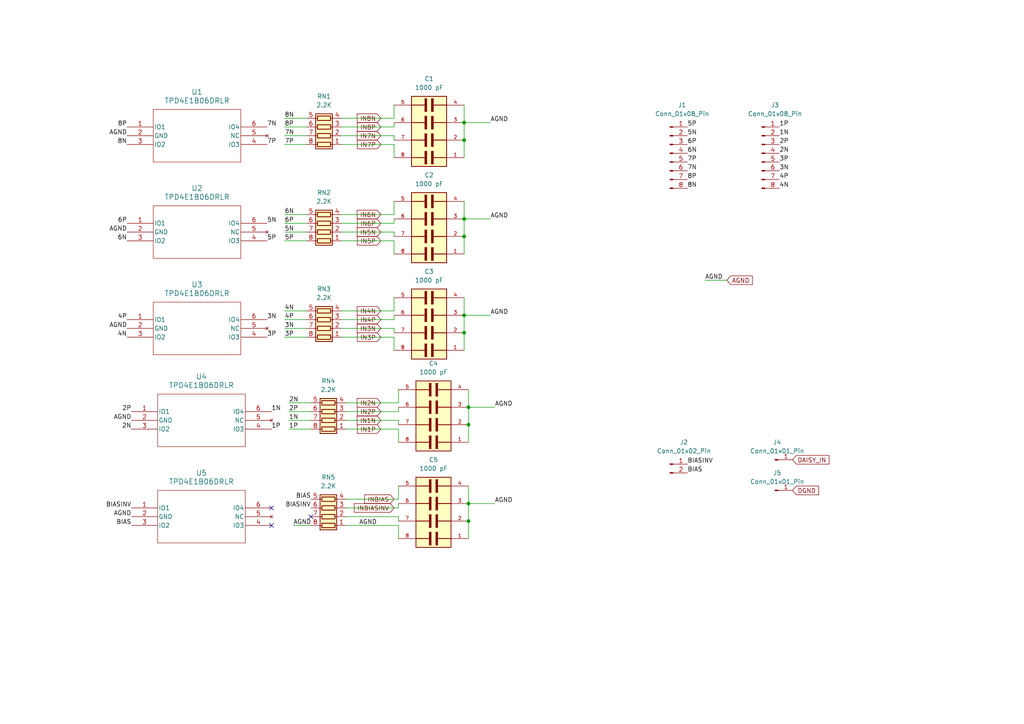
<source format=kicad_sch>
(kicad_sch (version 20231120) (generator "eeschema") (generator_version "8.0")
  (paper "A4")
  (lib_symbols
    (symbol "Connector:Conn_01x01_Pin" (pin_names (offset 1.016) hide)
      (property "Reference" "J" (at 0 2.54 0))
      (property "Value" "Conn_01x01_Pin" (at 0 -2.54 0))
      (symbol "Conn_01x01_Pin_1_1"
        (polyline (pts (xy 1.27 0) (xy 0.8636 0)) (stroke (width 0.1524)))
        (rectangle (start 0.8636 0.127) (end 0 -0.127) (stroke (width 0.1524)) (fill (type outline)))
        (pin passive line (at 5.08 0 180) (length 3.81) (name "Pin_1") (number "1"))
      )
    )
    (symbol "Connector:Conn_01x02_Pin" (pin_names (offset 1.016) hide)
      (property "Reference" "J" (at 0 2.54 0))
      (property "Value" "Conn_01x02_Pin" (at 0 -5.08 0))
      (symbol "Conn_01x02_Pin_1_1"
        (polyline (pts (xy 1.27 -2.54) (xy 0.8636 -2.54)) (stroke (width 0.1524)))
        (polyline (pts (xy 1.27 0) (xy 0.8636 0)) (stroke (width 0.1524)))
        (rectangle (start 0.8636 -2.413) (end 0 -2.667) (stroke (width 0.1524)) (fill (type outline)))
        (rectangle (start 0.8636 0.127) (end 0 -0.127) (stroke (width 0.1524)) (fill (type outline)))
        (pin passive line (at 5.08 0 180) (length 3.81) (name "Pin_1") (number "1"))
        (pin passive line (at 5.08 -2.54 180) (length 3.81) (name "Pin_2") (number "2"))
      )
    )
    (symbol "Connector:Conn_01x08_Pin" (pin_names (offset 1.016) hide)
      (property "Reference" "J" (at 0 10.16 0))
      (property "Value" "Conn_01x08_Pin" (at 0 -12.7 0))
      (symbol "Conn_01x08_Pin_1_1"
        (polyline (pts (xy 1.27 -10.16) (xy 0.8636 -10.16)) (stroke (width 0.1524)))
        (polyline (pts (xy 1.27 -7.62) (xy 0.8636 -7.62)) (stroke (width 0.1524)))
        (polyline (pts (xy 1.27 -5.08) (xy 0.8636 -5.08)) (stroke (width 0.1524)))
        (polyline (pts (xy 1.27 -2.54) (xy 0.8636 -2.54)) (stroke (width 0.1524)))
        (polyline (pts (xy 1.27 0) (xy 0.8636 0)) (stroke (width 0.1524)))
        (polyline (pts (xy 1.27 2.54) (xy 0.8636 2.54)) (stroke (width 0.1524)))
        (polyline (pts (xy 1.27 5.08) (xy 0.8636 5.08)) (stroke (width 0.1524)))
        (polyline (pts (xy 1.27 7.62) (xy 0.8636 7.62)) (stroke (width 0.1524)))
        (rectangle (start 0.8636 -10.033) (end 0 -10.287) (stroke (width 0.1524)) (fill (type outline)))
        (rectangle (start 0.8636 -7.493) (end 0 -7.747) (stroke (width 0.1524)) (fill (type outline)))
        (rectangle (start 0.8636 -4.953) (end 0 -5.207) (stroke (width 0.1524)) (fill (type outline)))
        (rectangle (start 0.8636 -2.413) (end 0 -2.667) (stroke (width 0.1524)) (fill (type outline)))
        (rectangle (start 0.8636 0.127) (end 0 -0.127) (stroke (width 0.1524)) (fill (type outline)))
        (rectangle (start 0.8636 2.667) (end 0 2.413) (stroke (width 0.1524)) (fill (type outline)))
        (rectangle (start 0.8636 5.207) (end 0 4.953) (stroke (width 0.1524)) (fill (type outline)))
        (rectangle (start 0.8636 7.747) (end 0 7.493) (stroke (width 0.1524)) (fill (type outline)))
        (pin passive line (at 5.08 7.62 180) (length 3.81) (name "Pin_1") (number "1"))
        (pin passive line (at 5.08 5.08 180) (length 3.81) (name "Pin_2") (number "2"))
        (pin passive line (at 5.08 2.54 180) (length 3.81) (name "Pin_3") (number "3"))
        (pin passive line (at 5.08 0 180) (length 3.81) (name "Pin_4") (number "4"))
        (pin passive line (at 5.08 -2.54 180) (length 3.81) (name "Pin_5") (number "5"))
        (pin passive line (at 5.08 -5.08 180) (length 3.81) (name "Pin_6") (number "6"))
        (pin passive line (at 5.08 -7.62 180) (length 3.81) (name "Pin_7") (number "7"))
        (pin passive line (at 5.08 -10.16 180) (length 3.81) (name "Pin_8") (number "8"))
      )
    )
    (symbol "Device:R_Pack04" (pin_names (offset 0) hide)
      (property "Reference" "RN" (at -7.62 0 90))
      (property "Value" "R_Pack04" (at 5.08 0 90))
      (symbol "R_Pack04_0_1"
        (rectangle (start -6.35 -2.413) (end 3.81 2.413) (stroke (width 0.254)) (fill (type background)))
        (rectangle (start -5.715 1.905) (end -4.445 -1.905) (stroke (width 0.254)))
        (rectangle (start -3.175 1.905) (end -1.905 -1.905) (stroke (width 0.254)))
        (rectangle (start -0.635 1.905) (end 0.635 -1.905) (stroke (width 0.254)))
        (polyline (pts (xy -5.08 -2.54) (xy -5.08 -1.905)))
        (polyline (pts (xy -5.08 1.905) (xy -5.08 2.54)))
        (polyline (pts (xy -2.54 -2.54) (xy -2.54 -1.905)))
        (polyline (pts (xy -2.54 1.905) (xy -2.54 2.54)))
        (polyline (pts (xy 0 -2.54) (xy 0 -1.905)))
        (polyline (pts (xy 0 1.905) (xy 0 2.54)))
        (polyline (pts (xy 2.54 -2.54) (xy 2.54 -1.905)))
        (polyline (pts (xy 2.54 1.905) (xy 2.54 2.54)))
        (rectangle (start 1.905 1.905) (end 3.175 -1.905) (stroke (width 0.254)))
      )
      (symbol "R_Pack04_1_1"
        (pin passive line (at -5.08 -5.08 90) (length 2.54) (name "R1.1") (number "1"))
        (pin passive line (at -2.54 -5.08 90) (length 2.54) (name "R2.1") (number "2"))
        (pin passive line (at 0 -5.08 90) (length 2.54) (name "R3.1") (number "3"))
        (pin passive line (at 2.54 -5.08 90) (length 2.54) (name "R4.1") (number "4"))
        (pin passive line (at 2.54 5.08 270) (length 2.54) (name "R4.2") (number "5"))
        (pin passive line (at 0 5.08 270) (length 2.54) (name "R3.2") (number "6"))
        (pin passive line (at -2.54 5.08 270) (length 2.54) (name "R2.2") (number "7"))
        (pin passive line (at -5.08 5.08 270) (length 2.54) (name "R1.2") (number "8"))
      )
    )
    (symbol "TPD4E1B06 (ESD):TPD4E1B06DRLR" (pin_names (offset 0.254))
      (property "Reference" "U" (at 20.32 10.16 0))
      (property "Value" "TPD4E1B06DRLR" (at 20.32 7.62 0))
      (symbol "TPD4E1B06DRLR_0_1"
        (polyline (pts (xy 7.62 -10.16) (xy 33.02 -10.16)) (stroke (width 0.127)))
        (polyline (pts (xy 7.62 5.08) (xy 7.62 -10.16)) (stroke (width 0.127)))
        (polyline (pts (xy 33.02 -10.16) (xy 33.02 5.08)) (stroke (width 0.127)))
        (polyline (pts (xy 33.02 5.08) (xy 7.62 5.08)) (stroke (width 0.127)))
        (pin bidirectional line (at 0 0 0) (length 7.62) (name "IO1") (number "1"))
        (pin power_in line (at 0 -2.54 0) (length 7.62) (name "GND") (number "2"))
        (pin bidirectional line (at 0 -5.08 0) (length 7.62) (name "IO2") (number "3"))
        (pin bidirectional line (at 40.64 -5.08 180) (length 7.62) (name "IO3") (number "4"))
        (pin no_connect line (at 40.64 -2.54 180) (length 7.62) (name "NC") (number "5"))
        (pin bidirectional line (at 40.64 0 180) (length 7.62) (name "IO4") (number "6"))
      )
    )
    (symbol "W3A45C102K4T2A (C_array):CKCL44X7R1H102M085AA" (pin_names (offset 1.016))
      (property "Reference" "C" (at -5.08 11.43 0))
      (property "Value" "CKCL44X7R1H102M085AA" (at -5.08 -12.7 0))
      (symbol "CKCL44X7R1H102M085AA_0_0"
        (rectangle (start -5.08 -10.16) (end 5.08 10.16) (stroke (width 0.254)) (fill (type background)))
        (rectangle (start -1.27 -9.525) (end -0.635 -5.715) (stroke (width 0.1)) (fill (type outline)))
        (rectangle (start -1.27 -4.445) (end -0.635 -0.635) (stroke (width 0.1)) (fill (type outline)))
        (rectangle (start -1.27 0.635) (end -0.635 4.445) (stroke (width 0.1)) (fill (type outline)))
        (rectangle (start -1.27 5.715) (end -0.635 9.525) (stroke (width 0.1)) (fill (type outline)))
        (polyline (pts (xy -1.27 -7.62) (xy -5.08 -7.62)) (stroke (width 0.254)))
        (polyline (pts (xy -1.27 -2.54) (xy -5.08 -2.54)) (stroke (width 0.254)))
        (polyline (pts (xy -1.27 2.54) (xy -5.08 2.54)) (stroke (width 0.254)))
        (polyline (pts (xy -1.27 7.62) (xy -5.08 7.62)) (stroke (width 0.254)))
        (polyline (pts (xy 1.27 -7.62) (xy 5.08 -7.62)) (stroke (width 0.254)))
        (polyline (pts (xy 1.27 -2.54) (xy 5.08 -2.54)) (stroke (width 0.254)))
        (polyline (pts (xy 1.27 2.54) (xy 5.08 2.54)) (stroke (width 0.254)))
        (polyline (pts (xy 1.27 7.62) (xy 5.08 7.62)) (stroke (width 0.254)))
        (rectangle (start 0.635 -9.525) (end 1.27 -5.715) (stroke (width 0.1)) (fill (type outline)))
        (rectangle (start 0.635 -4.445) (end 1.27 -0.635) (stroke (width 0.1)) (fill (type outline)))
        (rectangle (start 0.635 0.635) (end 1.27 4.445) (stroke (width 0.1)) (fill (type outline)))
        (rectangle (start 0.635 5.715) (end 1.27 9.525) (stroke (width 0.1)) (fill (type outline)))
        (pin passive line (at -10.16 7.62 0) (length 5.08) (name "~") (number "1"))
        (pin passive line (at -10.16 2.54 0) (length 5.08) (name "~") (number "2"))
        (pin passive line (at -10.16 -2.54 0) (length 5.08) (name "~") (number "3"))
        (pin passive line (at -10.16 -7.62 0) (length 5.08) (name "~") (number "4"))
        (pin passive line (at 10.16 -7.62 180) (length 5.08) (name "~") (number "5"))
        (pin passive line (at 10.16 -2.54 180) (length 5.08) (name "~") (number "6"))
        (pin passive line (at 10.16 2.54 180) (length 5.08) (name "~") (number "7"))
        (pin passive line (at 10.16 7.62 180) (length 5.08) (name "~") (number "8"))
      )
    )
  )
  (junction (at 134.62 40.64))
  (junction (at 135.89 123.19))
  (junction (at 134.62 35.56))
  (junction (at 134.62 68.58))
  (junction (at 134.62 96.52))
  (junction (at 134.62 91.44))
  (junction (at 134.62 63.5))
  (junction (at 135.89 118.11))
  (junction (at 135.89 151.13))
  (junction (at 135.89 146.05))
  (no_connect (at 78.74 152.4))
  (no_connect (at 78.74 147.32))
  (no_connect (at 90.17 149.86))
  (wire (pts (xy 99.06 97.79) (xy 114.3 97.79)))
  (wire (pts (xy 100.33 119.38) (xy 115.57 119.38)))
  (wire (pts (xy 134.62 30.48) (xy 134.62 35.56)))
  (wire (pts (xy 99.06 95.25) (xy 114.3 95.25)))
  (wire (pts (xy 134.62 96.52) (xy 134.62 101.6)))
  (wire (pts (xy 100.33 124.46) (xy 115.57 124.46)))
  (wire (pts (xy 99.06 34.29) (xy 114.3 34.29)))
  (wire (pts (xy 135.89 151.13) (xy 135.89 156.21)))
  (wire (pts (xy 114.3 62.23) (xy 114.3 58.42)))
  (wire (pts (xy 114.3 36.83) (xy 114.3 35.56)))
  (wire (pts (xy 134.62 63.5) (xy 142.24 63.5)))
  (wire (pts (xy 114.3 97.79) (xy 114.3 101.6)))
  (wire (pts (xy 82.55 90.17) (xy 88.9 90.17)))
  (wire (pts (xy 83.82 119.38) (xy 90.17 119.38)))
  (wire (pts (xy 134.62 35.56) (xy 134.62 40.64)))
  (wire (pts (xy 115.57 116.84) (xy 115.57 113.03)))
  (wire (pts (xy 82.55 64.77) (xy 88.9 64.77)))
  (wire (pts (xy 115.57 144.78) (xy 115.57 140.97)))
  (wire (pts (xy 135.89 140.97) (xy 135.89 146.05)))
  (wire (pts (xy 82.55 92.71) (xy 88.9 92.71)))
  (wire (pts (xy 83.82 124.46) (xy 90.17 124.46)))
  (wire (pts (xy 114.3 41.91) (xy 114.3 45.72)))
  (wire (pts (xy 99.06 90.17) (xy 114.3 90.17)))
  (wire (pts (xy 83.82 121.92) (xy 90.17 121.92)))
  (wire (pts (xy 83.82 116.84) (xy 90.17 116.84)))
  (wire (pts (xy 114.3 92.71) (xy 114.3 91.44)))
  (wire (pts (xy 115.57 149.86) (xy 115.57 151.13)))
  (wire (pts (xy 134.62 91.44) (xy 134.62 96.52)))
  (wire (pts (xy 115.57 124.46) (xy 115.57 128.27)))
  (wire (pts (xy 100.33 152.4) (xy 115.57 152.4)))
  (wire (pts (xy 82.55 39.37) (xy 88.9 39.37)))
  (wire (pts (xy 100.33 149.86) (xy 115.57 149.86)))
  (wire (pts (xy 114.3 34.29) (xy 114.3 30.48)))
  (wire (pts (xy 82.55 62.23) (xy 88.9 62.23)))
  (wire (pts (xy 135.89 146.05) (xy 135.89 151.13)))
  (wire (pts (xy 82.55 97.79) (xy 88.9 97.79)))
  (wire (pts (xy 114.3 90.17) (xy 114.3 86.36)))
  (wire (pts (xy 134.62 68.58) (xy 134.62 73.66)))
  (wire (pts (xy 82.55 69.85) (xy 88.9 69.85)))
  (wire (pts (xy 114.3 39.37) (xy 114.3 40.64)))
  (wire (pts (xy 114.3 95.25) (xy 114.3 96.52)))
  (wire (pts (xy 134.62 86.36) (xy 134.62 91.44)))
  (wire (pts (xy 135.89 113.03) (xy 135.89 118.11)))
  (wire (pts (xy 135.89 123.19) (xy 135.89 128.27)))
  (wire (pts (xy 99.06 41.91) (xy 114.3 41.91)))
  (wire (pts (xy 134.62 40.64) (xy 134.62 45.72)))
  (wire (pts (xy 82.55 67.31) (xy 88.9 67.31)))
  (wire (pts (xy 135.89 118.11) (xy 143.51 118.11)))
  (wire (pts (xy 204.47 81.28) (xy 210.82 81.28)))
  (wire (pts (xy 100.33 121.92) (xy 115.57 121.92)))
  (wire (pts (xy 135.89 118.11) (xy 135.89 123.19)))
  (wire (pts (xy 135.89 146.05) (xy 143.51 146.05)))
  (wire (pts (xy 99.06 39.37) (xy 114.3 39.37)))
  (wire (pts (xy 99.06 92.71) (xy 114.3 92.71)))
  (wire (pts (xy 82.55 41.91) (xy 88.9 41.91)))
  (wire (pts (xy 82.55 34.29) (xy 88.9 34.29)))
  (wire (pts (xy 115.57 121.92) (xy 115.57 123.19)))
  (wire (pts (xy 134.62 58.42) (xy 134.62 63.5)))
  (wire (pts (xy 114.3 67.31) (xy 114.3 68.58)))
  (wire (pts (xy 115.57 147.32) (xy 115.57 146.05)))
  (wire (pts (xy 115.57 119.38) (xy 115.57 118.11)))
  (wire (pts (xy 99.06 64.77) (xy 114.3 64.77)))
  (wire (pts (xy 115.57 152.4) (xy 115.57 156.21)))
  (wire (pts (xy 85.09 152.4) (xy 90.17 152.4)))
  (wire (pts (xy 100.33 144.78) (xy 115.57 144.78)))
  (wire (pts (xy 100.33 147.32) (xy 115.57 147.32)))
  (wire (pts (xy 114.3 64.77) (xy 114.3 63.5)))
  (wire (pts (xy 134.62 91.44) (xy 142.24 91.44)))
  (wire (pts (xy 134.62 63.5) (xy 134.62 68.58)))
  (wire (pts (xy 99.06 36.83) (xy 114.3 36.83)))
  (wire (pts (xy 114.3 69.85) (xy 114.3 73.66)))
  (wire (pts (xy 82.55 95.25) (xy 88.9 95.25)))
  (wire (pts (xy 134.62 35.56) (xy 142.24 35.56)))
  (wire (pts (xy 99.06 69.85) (xy 114.3 69.85)))
  (wire (pts (xy 99.06 67.31) (xy 114.3 67.31)))
  (wire (pts (xy 100.33 116.84) (xy 115.57 116.84)))
  (wire (pts (xy 99.06 62.23) (xy 114.3 62.23)))
  (wire (pts (xy 82.55 36.83) (xy 88.9 36.83)))
  (label "AGND" (at 38.1 149.86 180))
  (label "7P" (at 82.55 41.91 0))
  (label "4N" (at 36.83 97.79 180))
  (label "2N" (at 38.1 124.46 180))
  (label "3P" (at 77.47 97.79 0))
  (label "6P" (at 199.39 41.91 0))
  (label "1N" (at 78.74 119.38 0))
  (label "5N" (at 199.39 39.37 0))
  (label "2P" (at 83.82 119.38 0))
  (label "BIAS" (at 199.39 137.16 0))
  (label "1P" (at 78.74 124.46 0))
  (label "5P" (at 199.39 36.83 0))
  (label "6N" (at 36.83 69.85 180))
  (label "5P" (at 82.55 69.85 0))
  (label "6N" (at 199.39 44.45 0))
  (label "AGND" (at 36.83 39.37 180))
  (label "2N" (at 226.06 44.45 0))
  (label "AGND" (at 204.47 81.28 0))
  (label "BIAS" (at 90.17 144.78 180))
  (label "8N" (at 36.83 41.91 180))
  (label "4P" (at 36.83 92.71 180))
  (label "4N" (at 82.55 90.17 0))
  (label "6N" (at 82.55 62.23 0))
  (label "AGND" (at 143.51 118.11 0))
  (label "2P" (at 38.1 119.38 180))
  (label "1N" (at 226.06 39.37 0))
  (label "5N" (at 82.55 67.31 0))
  (label "2P" (at 226.06 41.91 0))
  (label "3P" (at 82.55 97.79 0))
  (label "3N" (at 77.47 92.71 0))
  (label "2N" (at 83.82 116.84 0))
  (label "6P" (at 36.83 64.77 180))
  (label "3P" (at 226.06 46.99 0))
  (label "BIASINV" (at 90.17 147.32 180))
  (label "BIASINV" (at 38.1 147.32 180))
  (label "6P" (at 82.55 64.77 0))
  (label "AGND" (at 36.83 67.31 180))
  (label "1P" (at 83.82 124.46 0))
  (label "AGND" (at 143.51 146.05 0))
  (label "5N" (at 77.47 64.77 0))
  (label "8N" (at 82.55 34.29 0))
  (label "AGND" (at 85.09 152.4 0))
  (label "AGND" (at 142.24 91.44 0))
  (label "3N" (at 82.55 95.25 0))
  (label "7P" (at 77.47 41.91 0))
  (label "7N" (at 77.47 36.83 0))
  (label "BIAS" (at 38.1 152.4 180))
  (label "1P" (at 226.06 36.83 0))
  (label "AGND" (at 38.1 121.92 180))
  (label "8P" (at 36.83 36.83 180))
  (label "1N" (at 83.82 121.92 0))
  (label "AGND" (at 36.83 95.25 180))
  (label "AGND" (at 104.14 152.4 0))
  (label "8P" (at 82.55 36.83 0))
  (label "4P" (at 82.55 92.71 0))
  (label "AGND" (at 142.24 35.56 0))
  (label "8N" (at 199.39 54.61 0))
  (label "5P" (at 77.47 69.85 0))
  (label "AGND" (at 142.24 63.5 0))
  (label "7P" (at 199.39 46.99 0))
  (label "7N" (at 199.39 49.53 0))
  (label "7N" (at 82.55 39.37 0))
  (label "4N" (at 226.06 54.61 0))
  (label "3N" (at 226.06 49.53 0))
  (label "4P" (at 226.06 52.07 0))
  (label "8P" (at 199.39 52.07 0))
  (label "BIASINV" (at 199.39 134.62 0))
  (global_label "IN8N" (shape input) (at 110.49 34.29 180) (property "Intersheetrefs" "${INTERSHEET_REFS}" (effects (hide yes))))
  (global_label "IN3P" (shape input) (at 110.49 97.79 180) (property "Intersheetrefs" "${INTERSHEET_REFS}" (effects (hide yes))))
  (global_label "IN3N" (shape input) (at 110.49 95.25 180) (property "Intersheetrefs" "${INTERSHEET_REFS}" (effects (hide yes))))
  (global_label "IN6N" (shape input) (at 110.49 62.23 180) (property "Intersheetrefs" "${INTERSHEET_REFS}" (effects (hide yes))))
  (global_label "DGND" (shape input) (at 229.87 142.24 0) (property "Intersheetrefs" "${INTERSHEET_REFS}" (effects (hide yes))))
  (global_label "IN2P" (shape input) (at 110.49 119.38 180) (property "Intersheetrefs" "${INTERSHEET_REFS}" (effects (hide yes))))
  (global_label "IN8P" (shape input) (at 110.49 36.83 180) (property "Intersheetrefs" "${INTERSHEET_REFS}" (effects (hide yes))))
  (global_label "IN1P" (shape input) (at 110.49 124.46 180) (property "Intersheetrefs" "${INTERSHEET_REFS}" (effects (hide yes))))
  (global_label "AGND" (shape input) (at 210.82 81.28 0) (property "Intersheetrefs" "${INTERSHEET_REFS}" (effects (hide yes))))
  (global_label "DAISY_IN" (shape input) (at 229.87 133.35 0) (property "Intersheetrefs" "${INTERSHEET_REFS}" (effects (hide yes))))
  (global_label "IN4P" (shape input) (at 110.49 92.71 180) (property "Intersheetrefs" "${INTERSHEET_REFS}" (effects (hide yes))))
  (global_label "IN7N" (shape input) (at 110.49 39.37 180) (property "Intersheetrefs" "${INTERSHEET_REFS}" (effects (hide yes))))
  (global_label "IN7P" (shape input) (at 110.49 41.91 180) (property "Intersheetrefs" "${INTERSHEET_REFS}" (effects (hide yes))))
  (global_label "IN5P" (shape input) (at 110.49 69.85 180) (property "Intersheetrefs" "${INTERSHEET_REFS}" (effects (hide yes))))
  (global_label "IN4N" (shape input) (at 110.49 90.17 180) (property "Intersheetrefs" "${INTERSHEET_REFS}" (effects (hide yes))))
  (global_label "IN2N" (shape input) (at 110.49 116.84 180) (property "Intersheetrefs" "${INTERSHEET_REFS}" (effects (hide yes))))
  (global_label "INBIASINV" (shape input) (at 114.3 147.32 180) (property "Intersheetrefs" "${INTERSHEET_REFS}" (effects (hide yes))))
  (global_label "IN6P" (shape input) (at 110.49 64.77 180) (property "Intersheetrefs" "${INTERSHEET_REFS}" (effects (hide yes))))
  (global_label "IN5N" (shape input) (at 110.49 67.31 180) (property "Intersheetrefs" "${INTERSHEET_REFS}" (effects (hide yes))))
  (global_label "IN1N" (shape input) (at 110.49 121.92 180) (property "Intersheetrefs" "${INTERSHEET_REFS}" (effects (hide yes))))
  (global_label "INBIAS" (shape input) (at 114.3 144.78 180) (property "Intersheetrefs" "${INTERSHEET_REFS}" (effects (hide yes))))
  (symbol (lib_id "W3A45C102K4T2A (C_array):CKCL44X7R1H102M085AA") (at 125.73 120.65 180) (unit 1)
    (property "Reference" "C4" (at 125.73 105.41 0))
    (property "Value" "1000 pF" (at 125.73 107.95 0))
    (property "Footprint" "W3A45C102K4T2A:CAPCAV_W3A45C102KAT2A-8" (effects (hide yes)))
    (property "MF" "TDK" (effects (hide yes)))
    (property "MAXIMUM_PACKAGE_HEIGHT" "0.85 mm" (effects (hide yes)))
    (property "Package" "0805 TDK Corporation" (effects (hide yes)))
    (property "Price" "None" (effects (hide yes)))
    (property "Check_prices" "https://www.snapeda.com/parts/CKCL44X7R1H102M085AA/TDK-Lambda+Americas+Inc/view-part/?ref=eda" (effects (hide yes)))
    (property "STANDARD" "Manufacturer Recommendations" (effects (hide yes)))
    (property "PARTREV" "Dec 2014" (effects (hide yes)))
    (property "SnapEDA_Link" "https://www.snapeda.com/parts/CKCL44X7R1H102M085AA/TDK-Lambda+Americas+Inc/view-part/?ref=snap" (effects (hide yes)))
    (property "MP" "CKCL44X7R1H102M085AA" (effects (hide yes)))
    (property "Description_1" "\n                        \n                            1000pF Isolated Capacitor  Array 50V X7R 0805 (2012 Metric)\n                        \n" (effects (hide yes)))
    (property "Availability" "In Stock" (effects (hide yes)))
    (property "MANUFACTURER" "TDK" (effects (hide yes)))
  )
  (symbol (lib_id "Connector:Conn_01x01_Pin") (at 224.79 142.24 0) (unit 1)
    (property "Reference" "J5" (at 225.425 137.16 0))
    (property "Value" "Conn_01x01_Pin" (at 225.425 139.7 0))
    (property "Footprint" "TestPoint:TestPoint_Pad_D2.5mm" (effects (hide yes)))
    (property "Description" "Generic connector, single row, 01x01, script generated" (effects (hide yes)))
  )
  (symbol (lib_id "Connector:Conn_01x08_Pin") (at 194.31 44.45 0) (unit 1)
    (property "Reference" "J1" (at 197.866 30.48 0))
    (property "Value" "Conn_01x08_Pin" (at 197.866 33.02 0))
    (property "Footprint" "Connector_JST:JST_XH_S8B-XH-A_1x08_P2.50mm_Horizontal" (effects (hide yes)))
    (property "Description" "Generic connector, single row, 01x08, script generated" (effects (hide yes)))
  )
  (symbol (lib_id "TPD4E1B06 (ESD):TPD4E1B06DRLR") (at 36.83 64.77 0) (unit 1)
    (property "Reference" "U2" (at 57.15 54.61 0) (effects (font (size 1.524 1.524))))
    (property "Value" "TPD4E1B06DRLR" (at 57.15 57.15 0) (effects (font (size 1.524 1.524))))
    (property "Footprint" "DRL6:DRL6_TEX" (effects (hide yes)))
    (property "Datasheet" "TPD4E1B06DRLR" (effects (hide yes)))
  )
  (symbol (lib_id "Connector:Conn_01x01_Pin") (at 224.79 133.35 0) (unit 1)
    (property "Reference" "J4" (at 225.425 128.27 0))
    (property "Value" "Conn_01x01_Pin" (at 225.425 130.81 0))
    (property "Footprint" "TestPoint:TestPoint_Pad_D2.5mm" (effects (hide yes)))
    (property "Description" "Generic connector, single row, 01x01, script generated" (effects (hide yes)))
  )
  (symbol (lib_id "W3A45C102K4T2A (C_array):CKCL44X7R1H102M085AA") (at 125.73 148.59 180) (unit 1)
    (property "Reference" "C5" (at 125.73 133.35 0))
    (property "Value" "1000 pF" (at 125.73 135.89 0))
    (property "Footprint" "W3A45C102K4T2A:CAPCAV_W3A45C102KAT2A-8" (effects (hide yes)))
    (property "MF" "TDK" (effects (hide yes)))
    (property "MAXIMUM_PACKAGE_HEIGHT" "0.85 mm" (effects (hide yes)))
    (property "Package" "0805 TDK Corporation" (effects (hide yes)))
    (property "Price" "None" (effects (hide yes)))
    (property "Check_prices" "https://www.snapeda.com/parts/CKCL44X7R1H102M085AA/TDK-Lambda+Americas+Inc/view-part/?ref=eda" (effects (hide yes)))
    (property "STANDARD" "Manufacturer Recommendations" (effects (hide yes)))
    (property "PARTREV" "Dec 2014" (effects (hide yes)))
    (property "SnapEDA_Link" "https://www.snapeda.com/parts/CKCL44X7R1H102M085AA/TDK-Lambda+Americas+Inc/view-part/?ref=snap" (effects (hide yes)))
    (property "MP" "CKCL44X7R1H102M085AA" (effects (hide yes)))
    (property "Description_1" "\n                        \n                            1000pF Isolated Capacitor  Array 50V X7R 0805 (2012 Metric)\n                        \n" (effects (hide yes)))
    (property "Availability" "In Stock" (effects (hide yes)))
    (property "MANUFACTURER" "TDK" (effects (hide yes)))
  )
  (symbol (lib_id "TPD4E1B06 (ESD):TPD4E1B06DRLR") (at 38.1 119.38 0) (unit 1)
    (property "Reference" "U4" (at 58.42 109.22 0) (effects (font (size 1.524 1.524))))
    (property "Value" "TPD4E1B06DRLR" (at 58.42 111.76 0) (effects (font (size 1.524 1.524))))
    (property "Footprint" "DRL6:DRL6_TEX" (effects (hide yes)))
    (property "Datasheet" "TPD4E1B06DRLR" (effects (hide yes)))
  )
  (symbol (lib_id "TPD4E1B06 (ESD):TPD4E1B06DRLR") (at 36.83 92.71 0) (unit 1)
    (property "Reference" "U3" (at 57.15 82.55 0) (effects (font (size 1.524 1.524))))
    (property "Value" "TPD4E1B06DRLR" (at 57.15 85.09 0) (effects (font (size 1.524 1.524))))
    (property "Footprint" "DRL6:DRL6_TEX" (effects (hide yes)))
    (property "Datasheet" "TPD4E1B06DRLR" (effects (hide yes)))
  )
  (symbol (lib_id "Device:R_Pack04") (at 93.98 92.71 90) (unit 1)
    (property "Reference" "RN3" (at 93.98 83.82 90))
    (property "Value" "2.2K" (at 93.98 86.36 90))
    (property "Footprint" "Resistor_SMD:R_Array_Concave_4x0603" (effects (hide yes)))
    (property "Description" "4 resistor network, parallel topology" (effects (hide yes)))
  )
  (symbol (lib_id "W3A45C102K4T2A (C_array):CKCL44X7R1H102M085AA") (at 124.46 93.98 180) (unit 1)
    (property "Reference" "C3" (at 124.46 78.74 0))
    (property "Value" "1000 pF" (at 124.46 81.28 0))
    (property "Footprint" "W3A45C102K4T2A:CAPCAV_W3A45C102KAT2A-8" (effects (hide yes)))
    (property "MF" "TDK" (effects (hide yes)))
    (property "MAXIMUM_PACKAGE_HEIGHT" "0.85 mm" (effects (hide yes)))
    (property "Package" "0805 TDK Corporation" (effects (hide yes)))
    (property "Price" "None" (effects (hide yes)))
    (property "Check_prices" "https://www.snapeda.com/parts/CKCL44X7R1H102M085AA/TDK-Lambda+Americas+Inc/view-part/?ref=eda" (effects (hide yes)))
    (property "STANDARD" "Manufacturer Recommendations" (effects (hide yes)))
    (property "PARTREV" "Dec 2014" (effects (hide yes)))
    (property "SnapEDA_Link" "https://www.snapeda.com/parts/CKCL44X7R1H102M085AA/TDK-Lambda+Americas+Inc/view-part/?ref=snap" (effects (hide yes)))
    (property "MP" "CKCL44X7R1H102M085AA" (effects (hide yes)))
    (property "Description_1" "\n                        \n                            1000pF Isolated Capacitor  Array 50V X7R 0805 (2012 Metric)\n                        \n" (effects (hide yes)))
    (property "Availability" "In Stock" (effects (hide yes)))
    (property "MANUFACTURER" "TDK" (effects (hide yes)))
  )
  (symbol (lib_id "Device:R_Pack04") (at 93.98 36.83 90) (unit 1)
    (property "Reference" "RN1" (at 93.98 27.94 90))
    (property "Value" "2.2K" (at 93.98 30.48 90))
    (property "Footprint" "Resistor_SMD:R_Array_Concave_4x0603" (effects (hide yes)))
    (property "Description" "4 resistor network, parallel topology" (effects (hide yes)))
  )
  (symbol (lib_id "TPD4E1B06 (ESD):TPD4E1B06DRLR") (at 38.1 147.32 0) (unit 1)
    (property "Reference" "U5" (at 58.42 137.16 0) (effects (font (size 1.524 1.524))))
    (property "Value" "TPD4E1B06DRLR" (at 58.42 139.7 0) (effects (font (size 1.524 1.524))))
    (property "Footprint" "DRL6:DRL6_TEX" (effects (hide yes)))
    (property "Datasheet" "TPD4E1B06DRLR" (effects (hide yes)))
  )
  (symbol (lib_id "Device:R_Pack04") (at 95.25 147.32 90) (unit 1)
    (property "Reference" "RN5" (at 95.25 138.43 90))
    (property "Value" "2.2K" (at 95.25 140.97 90))
    (property "Footprint" "Resistor_SMD:R_Array_Concave_4x0603" (effects (hide yes)))
    (property "Description" "4 resistor network, parallel topology" (effects (hide yes)))
  )
  (symbol (lib_id "TPD4E1B06 (ESD):TPD4E1B06DRLR") (at 36.83 36.83 0) (unit 1)
    (property "Reference" "U1" (at 57.15 26.67 0) (effects (font (size 1.524 1.524))))
    (property "Value" "TPD4E1B06DRLR" (at 57.15 29.21 0) (effects (font (size 1.524 1.524))))
    (property "Footprint" "DRL6:DRL6_TEX" (effects (hide yes)))
    (property "Datasheet" "TPD4E1B06DRLR" (effects (hide yes)))
  )
  (symbol (lib_id "Device:R_Pack04") (at 95.25 119.38 90) (unit 1)
    (property "Reference" "RN4" (at 95.25 110.49 90))
    (property "Value" "2.2K" (at 95.25 113.03 90))
    (property "Footprint" "Resistor_SMD:R_Array_Concave_4x0603" (effects (hide yes)))
    (property "Description" "4 resistor network, parallel topology" (effects (hide yes)))
  )
  (symbol (lib_id "W3A45C102K4T2A (C_array):CKCL44X7R1H102M085AA") (at 124.46 66.04 180) (unit 1)
    (property "Reference" "C2" (at 124.46 50.8 0))
    (property "Value" "1000 pF" (at 124.46 53.34 0))
    (property "Footprint" "W3A45C102K4T2A:CAPCAV_W3A45C102KAT2A-8" (effects (hide yes)))
    (property "MF" "TDK" (effects (hide yes)))
    (property "MAXIMUM_PACKAGE_HEIGHT" "0.85 mm" (effects (hide yes)))
    (property "Package" "0805 TDK Corporation" (effects (hide yes)))
    (property "Price" "None" (effects (hide yes)))
    (property "Check_prices" "https://www.snapeda.com/parts/CKCL44X7R1H102M085AA/TDK-Lambda+Americas+Inc/view-part/?ref=eda" (effects (hide yes)))
    (property "STANDARD" "Manufacturer Recommendations" (effects (hide yes)))
    (property "PARTREV" "Dec 2014" (effects (hide yes)))
    (property "SnapEDA_Link" "https://www.snapeda.com/parts/CKCL44X7R1H102M085AA/TDK-Lambda+Americas+Inc/view-part/?ref=snap" (effects (hide yes)))
    (property "MP" "CKCL44X7R1H102M085AA" (effects (hide yes)))
    (property "Description_1" "\n                        \n                            1000pF Isolated Capacitor  Array 50V X7R 0805 (2012 Metric)\n                        \n" (effects (hide yes)))
    (property "Availability" "In Stock" (effects (hide yes)))
    (property "MANUFACTURER" "TDK" (effects (hide yes)))
  )
  (symbol (lib_id "W3A45C102K4T2A (C_array):CKCL44X7R1H102M085AA") (at 124.46 38.1 180) (unit 1)
    (property "Reference" "C1" (at 124.46 22.86 0))
    (property "Value" "1000 pF" (at 124.46 25.4 0))
    (property "Footprint" "W3A45C102K4T2A:CAPCAV_W3A45C102KAT2A-8" (effects (hide yes)))
    (property "MF" "TDK" (effects (hide yes)))
    (property "MAXIMUM_PACKAGE_HEIGHT" "0.85 mm" (effects (hide yes)))
    (property "Package" "0805 TDK Corporation" (effects (hide yes)))
    (property "Price" "None" (effects (hide yes)))
    (property "Check_prices" "https://www.snapeda.com/parts/CKCL44X7R1H102M085AA/TDK-Lambda+Americas+Inc/view-part/?ref=eda" (effects (hide yes)))
    (property "STANDARD" "Manufacturer Recommendations" (effects (hide yes)))
    (property "PARTREV" "Dec 2014" (effects (hide yes)))
    (property "SnapEDA_Link" "https://www.snapeda.com/parts/CKCL44X7R1H102M085AA/TDK-Lambda+Americas+Inc/view-part/?ref=snap" (effects (hide yes)))
    (property "MP" "CKCL44X7R1H102M085AA" (effects (hide yes)))
    (property "Description_1" "\n                        \n                            1000pF Isolated Capacitor  Array 50V X7R 0805 (2012 Metric)\n                        \n" (effects (hide yes)))
    (property "Availability" "In Stock" (effects (hide yes)))
    (property "MANUFACTURER" "TDK" (effects (hide yes)))
  )
  (symbol (lib_id "Connector:Conn_01x08_Pin") (at 220.98 44.45 0) (unit 1)
    (property "Reference" "J3" (at 224.79 30.48 0))
    (property "Value" "Conn_01x08_Pin" (at 224.79 33.02 0))
    (property "Footprint" "Connector_JST:JST_XH_S8B-XH-A_1x08_P2.50mm_Horizontal" (effects (hide yes)))
    (property "Description" "Generic connector, single row, 01x08, script generated" (effects (hide yes)))
  )
  (symbol (lib_id "Connector:Conn_01x02_Pin") (at 194.31 134.62 0) (unit 1)
    (property "Reference" "J2" (at 198.374 128.27 0))
    (property "Value" "Conn_01x02_Pin" (at 198.374 130.81 0))
    (property "Footprint" "Connector_JST:JST_XH_S2B-XH-A_1x02_P2.50mm_Horizontal" (effects (hide yes)))
    (property "Description" "Generic connector, single row, 01x02, script generated" (effects (hide yes)))
  )
  (symbol (lib_id "Device:R_Pack04") (at 93.98 64.77 90) (unit 1)
    (property "Reference" "RN2" (at 93.98 55.88 90))
    (property "Value" "2.2K" (at 93.98 58.42 90))
    (property "Footprint" "Resistor_SMD:R_Array_Concave_4x0603" (effects (hide yes)))
    (property "Description" "4 resistor network, parallel topology" (effects (hide yes)))
  )
)
</source>
